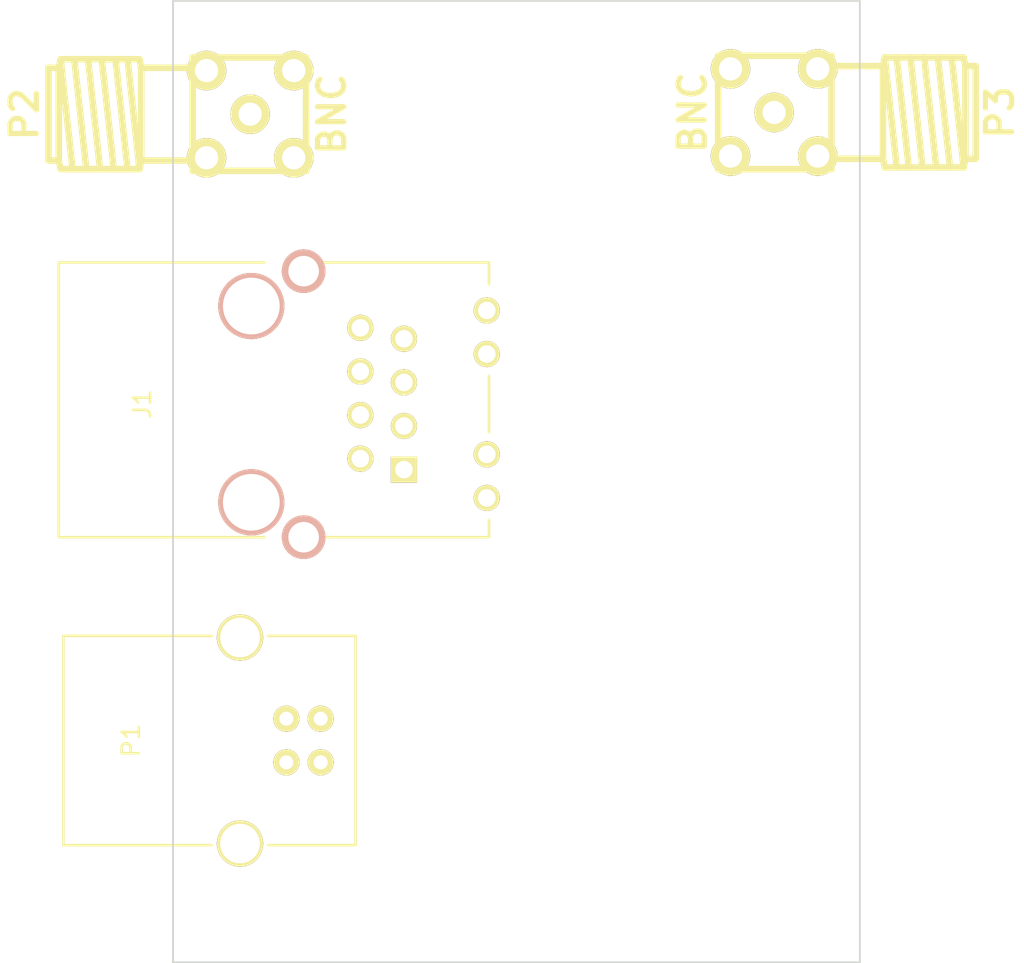
<source format=kicad_pcb>
(kicad_pcb (version 4) (host pcbnew no-vcs-found-product)

  (general
    (links 7)
    (no_connects 7)
    (area 117.949999 79.949999 158.050001 136.050001)
    (thickness 1.6)
    (drawings 4)
    (tracks 0)
    (zones 0)
    (modules 4)
    (nets 4)
  )

  (page A4)
  (layers
    (0 F.Cu signal)
    (31 B.Cu signal)
    (32 B.Adhes user)
    (33 F.Adhes user)
    (34 B.Paste user)
    (35 F.Paste user)
    (36 B.SilkS user)
    (37 F.SilkS user)
    (38 B.Mask user)
    (39 F.Mask user)
    (40 Dwgs.User user)
    (41 Cmts.User user)
    (42 Eco1.User user)
    (43 Eco2.User user)
    (44 Edge.Cuts user)
    (45 Margin user)
    (46 B.CrtYd user)
    (47 F.CrtYd user)
    (48 B.Fab user)
    (49 F.Fab user)
  )

  (setup
    (last_trace_width 0.25)
    (trace_clearance 0.2)
    (zone_clearance 0.508)
    (zone_45_only no)
    (trace_min 0.2)
    (segment_width 0.2)
    (edge_width 0.1)
    (via_size 0.6)
    (via_drill 0.4)
    (via_min_size 0.4)
    (via_min_drill 0.3)
    (uvia_size 0.3)
    (uvia_drill 0.1)
    (uvias_allowed no)
    (uvia_min_size 0.2)
    (uvia_min_drill 0.1)
    (pcb_text_width 0.3)
    (pcb_text_size 1.5 1.5)
    (mod_edge_width 0.15)
    (mod_text_size 1 1)
    (mod_text_width 0.15)
    (pad_size 1.5 1.5)
    (pad_drill 0.6)
    (pad_to_mask_clearance 0)
    (aux_axis_origin 0 0)
    (visible_elements FFFFF77F)
    (pcbplotparams
      (layerselection 0x00030_80000001)
      (usegerberextensions false)
      (excludeedgelayer true)
      (linewidth 0.100000)
      (plotframeref false)
      (viasonmask false)
      (mode 1)
      (useauxorigin false)
      (hpglpennumber 1)
      (hpglpenspeed 20)
      (hpglpendiameter 15)
      (hpglpenoverlay 2)
      (psnegative false)
      (psa4output false)
      (plotreference true)
      (plotvalue true)
      (plotinvisibletext false)
      (padsonsilk false)
      (subtractmaskfromsilk false)
      (outputformat 1)
      (mirror false)
      (drillshape 1)
      (scaleselection 1)
      (outputdirectory ""))
  )

  (net 0 "")
  (net 1 "Net-(P1-Pad5)")
  (net 2 "Net-(P2-Pad2)")
  (net 3 "Net-(P3-Pad2)")

  (net_class Default "This is the default net class."
    (clearance 0.2)
    (trace_width 0.25)
    (via_dia 0.6)
    (via_drill 0.4)
    (uvia_dia 0.3)
    (uvia_drill 0.1)
    (add_net "Net-(P1-Pad5)")
    (add_net "Net-(P2-Pad2)")
    (add_net "Net-(P3-Pad2)")
  )

  (module Connect:RJ45_TRANSFO (layer F.Cu) (tedit 0) (tstamp 55FEA51A)
    (at 131.45 107.3 270)
    (tags RJ45)
    (path /55FE9F9B)
    (fp_text reference J1 (at -3.81 15.24 270) (layer F.SilkS)
      (effects (font (size 1 1) (thickness 0.15)))
    )
    (fp_text value RJ45_LEDS (at -3.81 11.43 270) (layer F.Fab)
      (effects (font (size 1 1) (thickness 0.15)))
    )
    (fp_line (start 3.937 20.066) (end 3.937 8.128) (layer F.SilkS) (width 0.15))
    (fp_line (start 3.937 4.953) (end 3.937 -4.953) (layer F.SilkS) (width 0.15))
    (fp_line (start -12.065 20.066) (end -12.065 8.128) (layer F.SilkS) (width 0.15))
    (fp_line (start -12.065 4.953) (end -12.065 -4.953) (layer F.SilkS) (width 0.15))
    (fp_line (start 3.937 -4.953) (end 2.921 -4.953) (layer F.SilkS) (width 0.15))
    (fp_line (start -5.461 -4.953) (end -2.159 -4.953) (layer F.SilkS) (width 0.15))
    (fp_line (start -12.065 -4.953) (end -10.795 -4.953) (layer F.SilkS) (width 0.15))
    (fp_line (start -12.065 20.11172) (end 3.937 20.11172) (layer F.SilkS) (width 0.15))
    (pad Hole thru_hole circle (at 1.905 8.89 270) (size 3.85064 3.85064) (drill 3.302) (layers *.Cu *.SilkS *.Mask))
    (pad Hole thru_hole circle (at -9.525 8.89 270) (size 3.85064 3.85064) (drill 3.302) (layers *.Cu *.SilkS *.Mask))
    (pad 8 thru_hole circle (at -8.255 2.54 270) (size 1.524 1.524) (drill 1.016) (layers *.Cu *.Mask F.SilkS))
    (pad 7 thru_hole circle (at -7.62 0 270) (size 1.524 1.524) (drill 1.016) (layers *.Cu *.Mask F.SilkS))
    (pad 6 thru_hole circle (at -5.715 2.54 270) (size 1.524 1.524) (drill 1.016) (layers *.Cu *.Mask F.SilkS))
    (pad 5 thru_hole circle (at -5.08 0 270) (size 1.524 1.524) (drill 1.016) (layers *.Cu *.Mask F.SilkS))
    (pad 4 thru_hole circle (at -3.175 2.54 270) (size 1.524 1.524) (drill 1.016) (layers *.Cu *.Mask F.SilkS))
    (pad 3 thru_hole circle (at -2.54 0 270) (size 1.524 1.524) (drill 1.016) (layers *.Cu *.Mask F.SilkS))
    (pad 2 thru_hole circle (at -0.635 2.54 270) (size 1.524 1.524) (drill 1.016) (layers *.Cu *.Mask F.SilkS))
    (pad 13 thru_hole circle (at 3.937 5.842 270) (size 2.54 2.54) (drill 1.778) (layers *.Cu *.SilkS *.Mask))
    (pad 13 thru_hole circle (at -11.557 5.842 270) (size 2.54 2.54) (drill 1.778) (layers *.Cu *.SilkS *.Mask))
    (pad YK thru_hole circle (at -6.731 -4.826 270) (size 1.524 1.524) (drill 1.016) (layers *.Cu *.Mask F.SilkS))
    (pad GA thru_hole circle (at -0.889 -4.826 270) (size 1.524 1.524) (drill 1.016) (layers *.Cu *.Mask F.SilkS))
    (pad YA thru_hole circle (at -9.271 -4.826 270) (size 1.524 1.524) (drill 1.016) (layers *.Cu *.Mask F.SilkS))
    (pad GK thru_hole circle (at 1.651 -4.826 270) (size 1.524 1.524) (drill 1.016) (layers *.Cu *.Mask F.SilkS))
    (pad 1 thru_hole rect (at 0 0 270) (size 1.524 1.524) (drill 1.016) (layers *.Cu *.Mask F.SilkS))
  )

  (module w_conn_rf:sma_90_r300.124.403 (layer F.Cu) (tedit 0) (tstamp 5601B2F4)
    (at 118.25 86.6 270)
    (descr "SMA 90° female connector, reverse polarity, Radiall R300.124.403")
    (path /55FEA3ED)
    (fp_text reference P2 (at 0 8.9 270) (layer F.SilkS)
      (effects (font (thickness 0.3048)))
    )
    (fp_text value BNC (at 0 -9 270) (layer F.SilkS)
      (effects (font (thickness 0.3048)))
    )
    (fp_line (start 2.7 7.5) (end 2.7 6.9) (layer F.SilkS) (width 0.381))
    (fp_line (start -2.7 7.5) (end -2.7 6.9) (layer F.SilkS) (width 0.381))
    (fp_line (start -2.7 2.1) (end -2.7 -0.9) (layer F.SilkS) (width 0.381))
    (fp_line (start 2.7 -0.9) (end 2.7 2.1) (layer F.SilkS) (width 0.381))
    (fp_line (start -3.2 6.8) (end -2.7 6.9) (layer F.SilkS) (width 0.381))
    (fp_line (start -2.7 6.9) (end 2.7 6.9) (layer F.SilkS) (width 0.381))
    (fp_line (start 2.7 6.9) (end 3.2 6.8) (layer F.SilkS) (width 0.381))
    (fp_line (start -2.7 2.1) (end 2.7 2.1) (layer F.SilkS) (width 0.381))
    (fp_line (start 2.7 2.1) (end 3.2 2.2) (layer F.SilkS) (width 0.381))
    (fp_line (start -3.2 2.2) (end -2.7 2.1) (layer F.SilkS) (width 0.381))
    (fp_line (start -3.2 2.9) (end 3.2 2.2) (layer F.SilkS) (width 0.381))
    (fp_line (start -3.2 4.4) (end 3.2 3.7) (layer F.SilkS) (width 0.381))
    (fp_line (start -3.2 3.6) (end 3.2 2.9) (layer F.SilkS) (width 0.381))
    (fp_line (start -3.2 5.2) (end 3.2 4.5) (layer F.SilkS) (width 0.381))
    (fp_line (start -3.2 6) (end 3.2 5.3) (layer F.SilkS) (width 0.381))
    (fp_line (start -3.2 2.2) (end -3.2 6.8) (layer F.SilkS) (width 0.381))
    (fp_line (start -3.2 6.8) (end 3.2 6.1) (layer F.SilkS) (width 0.381))
    (fp_line (start 3.2 2.2) (end 3.2 6.8) (layer F.SilkS) (width 0.381))
    (fp_line (start -2.7 7.5) (end 2.7 7.5) (layer F.SilkS) (width 0.381))
    (fp_line (start -3.3 -0.9) (end -3.3 -7.5) (layer F.SilkS) (width 0.381))
    (fp_line (start -3.3 -7.5) (end 3.3 -7.5018) (layer F.SilkS) (width 0.381))
    (fp_line (start 3.3 -7.5) (end 3.3 -0.9) (layer F.SilkS) (width 0.381))
    (fp_line (start 3.3 -0.9) (end -3.3 -0.9) (layer F.SilkS) (width 0.381))
    (pad 1 thru_hole circle (at 0 -4.2418 270) (size 2.3 2.3) (drill 1.35) (layers *.Cu *.Mask F.SilkS))
    (pad 2 thru_hole circle (at 2.54 -6.7818 270) (size 2.3 2.3) (drill 1.35) (layers *.Cu *.Mask F.SilkS)
      (net 2 "Net-(P2-Pad2)"))
    (pad 2 thru_hole circle (at -2.54 -6.7818 270) (size 2.3 2.3) (drill 1.35) (layers *.Cu *.Mask F.SilkS)
      (net 2 "Net-(P2-Pad2)"))
    (pad 2 thru_hole circle (at -2.54 -1.7018 270) (size 2.3 2.3) (drill 1.35) (layers *.Cu *.Mask F.SilkS)
      (net 2 "Net-(P2-Pad2)"))
    (pad 2 thru_hole circle (at 2.54 -1.7018 270) (size 2.3 2.3) (drill 1.35) (layers *.Cu *.Mask F.SilkS)
      (net 2 "Net-(P2-Pad2)"))
    (model walter/conn_rf/sma_90_r300.124.403.wrl
      (at (xyz 0 0 0))
      (scale (xyz 1 1 1))
      (rotate (xyz 0 0 0))
    )
  )

  (module Connect:USB_B (layer F.Cu) (tedit 55B36073) (tstamp 5601B5BD)
    (at 126.6 124.35 180)
    (descr "USB B connector")
    (tags "USB_B USB_DEV")
    (path /55FEA0A0)
    (fp_text reference P1 (at 11.049 1.27 270) (layer F.SilkS)
      (effects (font (size 1 1) (thickness 0.15)))
    )
    (fp_text value USB_A (at 4.699 1.27 270) (layer F.Fab)
      (effects (font (size 1 1) (thickness 0.15)))
    )
    (fp_line (start 15.25 8.9) (end -2.3 8.9) (layer F.CrtYd) (width 0.05))
    (fp_line (start -2.3 8.9) (end -2.3 -6.35) (layer F.CrtYd) (width 0.05))
    (fp_line (start -2.3 -6.35) (end 15.25 -6.35) (layer F.CrtYd) (width 0.05))
    (fp_line (start 15.25 -6.35) (end 15.25 8.9) (layer F.CrtYd) (width 0.05))
    (fp_line (start 6.35 7.366) (end 14.986 7.366) (layer F.SilkS) (width 0.15))
    (fp_line (start -2.032 7.366) (end 3.048 7.366) (layer F.SilkS) (width 0.15))
    (fp_line (start 6.35 -4.826) (end 14.986 -4.826) (layer F.SilkS) (width 0.15))
    (fp_line (start -2.032 -4.826) (end 3.048 -4.826) (layer F.SilkS) (width 0.15))
    (fp_line (start 14.986 -4.826) (end 14.986 7.366) (layer F.SilkS) (width 0.15))
    (fp_line (start -2.032 7.366) (end -2.032 -4.826) (layer F.SilkS) (width 0.15))
    (pad 2 thru_hole circle (at 0 2.54 90) (size 1.524 1.524) (drill 0.8128) (layers *.Cu *.Mask F.SilkS))
    (pad 1 thru_hole circle (at 0 0 90) (size 1.524 1.524) (drill 0.8128) (layers *.Cu *.Mask F.SilkS))
    (pad 4 thru_hole circle (at 1.99898 0 90) (size 1.524 1.524) (drill 0.8128) (layers *.Cu *.Mask F.SilkS))
    (pad 3 thru_hole circle (at 1.99898 2.54 90) (size 1.524 1.524) (drill 0.8128) (layers *.Cu *.Mask F.SilkS))
    (pad 5 thru_hole circle (at 4.699 7.26948 90) (size 2.70002 2.70002) (drill 2.30124) (layers *.Cu *.Mask F.SilkS)
      (net 1 "Net-(P1-Pad5)"))
    (pad 5 thru_hole circle (at 4.699 -4.72948 90) (size 2.70002 2.70002) (drill 2.30124) (layers *.Cu *.Mask F.SilkS)
      (net 1 "Net-(P1-Pad5)"))
    (model Connect.3dshapes/USB_B.wrl
      (at (xyz 0.185 -0.05 0.001))
      (scale (xyz 0.3937 0.3937 0.3937))
      (rotate (xyz 0 0 -90))
    )
  )

  (module w_conn_rf:sma_90_r300.124.403 (layer F.Cu) (tedit 0) (tstamp 5601B68A)
    (at 157.25 86.5 90)
    (descr "SMA 90° female connector, reverse polarity, Radiall R300.124.403")
    (path /5601B66C)
    (fp_text reference P3 (at 0 8.9 90) (layer F.SilkS)
      (effects (font (thickness 0.3048)))
    )
    (fp_text value BNC (at 0 -9 90) (layer F.SilkS)
      (effects (font (thickness 0.3048)))
    )
    (fp_line (start 2.7 7.5) (end 2.7 6.9) (layer F.SilkS) (width 0.381))
    (fp_line (start -2.7 7.5) (end -2.7 6.9) (layer F.SilkS) (width 0.381))
    (fp_line (start -2.7 2.1) (end -2.7 -0.9) (layer F.SilkS) (width 0.381))
    (fp_line (start 2.7 -0.9) (end 2.7 2.1) (layer F.SilkS) (width 0.381))
    (fp_line (start -3.2 6.8) (end -2.7 6.9) (layer F.SilkS) (width 0.381))
    (fp_line (start -2.7 6.9) (end 2.7 6.9) (layer F.SilkS) (width 0.381))
    (fp_line (start 2.7 6.9) (end 3.2 6.8) (layer F.SilkS) (width 0.381))
    (fp_line (start -2.7 2.1) (end 2.7 2.1) (layer F.SilkS) (width 0.381))
    (fp_line (start 2.7 2.1) (end 3.2 2.2) (layer F.SilkS) (width 0.381))
    (fp_line (start -3.2 2.2) (end -2.7 2.1) (layer F.SilkS) (width 0.381))
    (fp_line (start -3.2 2.9) (end 3.2 2.2) (layer F.SilkS) (width 0.381))
    (fp_line (start -3.2 4.4) (end 3.2 3.7) (layer F.SilkS) (width 0.381))
    (fp_line (start -3.2 3.6) (end 3.2 2.9) (layer F.SilkS) (width 0.381))
    (fp_line (start -3.2 5.2) (end 3.2 4.5) (layer F.SilkS) (width 0.381))
    (fp_line (start -3.2 6) (end 3.2 5.3) (layer F.SilkS) (width 0.381))
    (fp_line (start -3.2 2.2) (end -3.2 6.8) (layer F.SilkS) (width 0.381))
    (fp_line (start -3.2 6.8) (end 3.2 6.1) (layer F.SilkS) (width 0.381))
    (fp_line (start 3.2 2.2) (end 3.2 6.8) (layer F.SilkS) (width 0.381))
    (fp_line (start -2.7 7.5) (end 2.7 7.5) (layer F.SilkS) (width 0.381))
    (fp_line (start -3.3 -0.9) (end -3.3 -7.5) (layer F.SilkS) (width 0.381))
    (fp_line (start -3.3 -7.5) (end 3.3 -7.5018) (layer F.SilkS) (width 0.381))
    (fp_line (start 3.3 -7.5) (end 3.3 -0.9) (layer F.SilkS) (width 0.381))
    (fp_line (start 3.3 -0.9) (end -3.3 -0.9) (layer F.SilkS) (width 0.381))
    (pad 1 thru_hole circle (at 0 -4.2418 90) (size 2.3 2.3) (drill 1.35) (layers *.Cu *.Mask F.SilkS))
    (pad 2 thru_hole circle (at 2.54 -6.7818 90) (size 2.3 2.3) (drill 1.35) (layers *.Cu *.Mask F.SilkS)
      (net 3 "Net-(P3-Pad2)"))
    (pad 2 thru_hole circle (at -2.54 -6.7818 90) (size 2.3 2.3) (drill 1.35) (layers *.Cu *.Mask F.SilkS)
      (net 3 "Net-(P3-Pad2)"))
    (pad 2 thru_hole circle (at -2.54 -1.7018 90) (size 2.3 2.3) (drill 1.35) (layers *.Cu *.Mask F.SilkS)
      (net 3 "Net-(P3-Pad2)"))
    (pad 2 thru_hole circle (at 2.54 -1.7018 90) (size 2.3 2.3) (drill 1.35) (layers *.Cu *.Mask F.SilkS)
      (net 3 "Net-(P3-Pad2)"))
    (model walter/conn_rf/sma_90_r300.124.403.wrl
      (at (xyz 0 0 0))
      (scale (xyz 1 1 1))
      (rotate (xyz 0 0 0))
    )
  )

  (gr_line (start 158 80) (end 118 80) (angle 90) (layer Edge.Cuts) (width 0.1))
  (gr_line (start 158 136) (end 158 80) (angle 90) (layer Edge.Cuts) (width 0.1))
  (gr_line (start 118 136) (end 158 136) (angle 90) (layer Edge.Cuts) (width 0.1))
  (gr_line (start 118 80) (end 118 136) (angle 90) (layer Edge.Cuts) (width 0.1))

)

</source>
